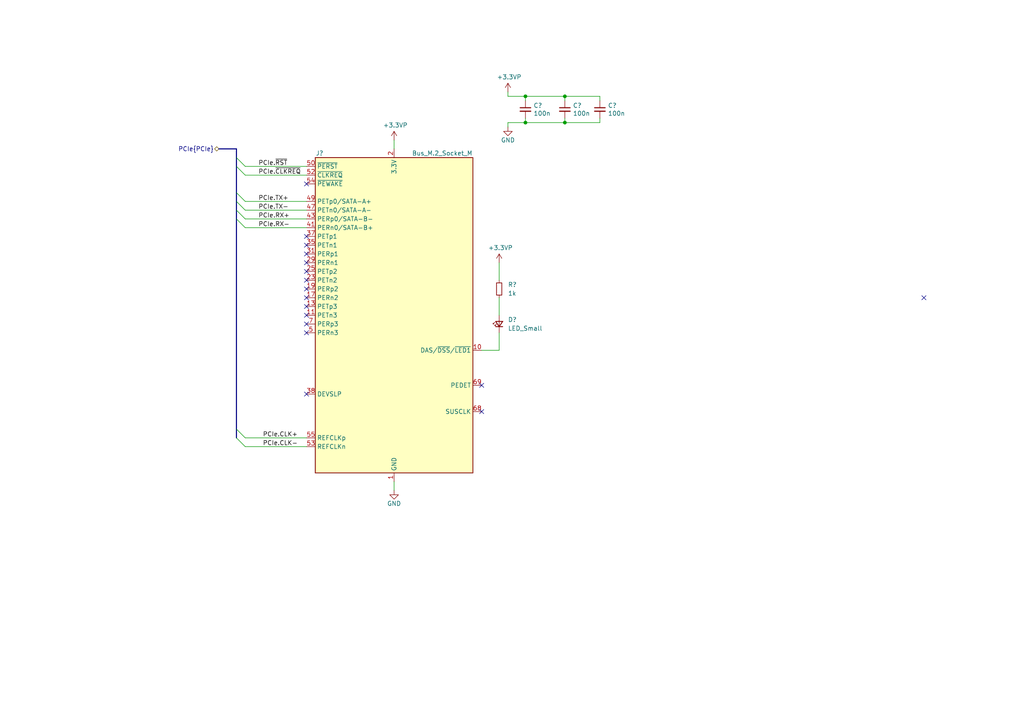
<source format=kicad_sch>
(kicad_sch (version 20201015) (generator eeschema)
  (paper "A4")
  (lib_symbols
    (symbol "Connector:Bus_M.2_Socket_M"
      (property "Reference" "J" (at -22.86 46.99 0))
      (property "Value" "Bus_M.2_Socket_M" (at 16.51 46.99 0))
      (symbol "Bus_M.2_Socket_M_0_1"
        (rectangle (start -22.86 45.72) (end 22.86 -45.72) (stroke (width 0.254)) (fill (type background)))
      )
      (symbol "Bus_M.2_Socket_M_1_1"
        (pin power_in line (at 0 -48.26 90) (length 2.54) (name "GND") (number "1"))
        (pin bidirectional line (at 25.4 -10.16 180) (length 2.54) (name "DAS/~DSS~/~LED1") (number "10"))
        (pin output line (at -25.4 0 0) (length 2.54) (name "PETn3") (number "11"))
        (pin passive line (at 0 48.26 270) (length 2.54) hide (name "3.3V") (number "12"))
        (pin output line (at -25.4 2.54 0) (length 2.54) (name "PETp3") (number "13"))
        (pin passive line (at 0 48.26 270) (length 2.54) hide (name "3.3V") (number "14"))
        (pin passive line (at 0 -48.26 90) (length 2.54) hide (name "GND") (number "15"))
        (pin passive line (at 0 48.26 270) (length 2.54) hide (name "3.3V") (number "16"))
        (pin input line (at -25.4 5.08 0) (length 2.54) (name "PERn2") (number "17"))
        (pin passive line (at 0 48.26 270) (length 2.54) hide (name "3.3V") (number "18"))
        (pin input line (at -25.4 7.62 0) (length 2.54) (name "PERp2") (number "19"))
        (pin power_in line (at 0 48.26 270) (length 2.54) (name "3.3V") (number "2"))
        (pin unconnected line (at 22.86 2.54 180) (length 2.54) hide (name "NC") (number "20"))
        (pin passive line (at 0 -48.26 90) (length 2.54) hide (name "GND") (number "21"))
        (pin unconnected line (at 22.86 5.08 180) (length 2.54) hide (name "NC") (number "22"))
        (pin output line (at -25.4 10.16 0) (length 2.54) (name "PETn2") (number "23"))
        (pin unconnected line (at 22.86 7.62 180) (length 2.54) hide (name "NC") (number "24"))
        (pin output line (at -25.4 12.7 0) (length 2.54) (name "PETp2") (number "25"))
        (pin unconnected line (at 22.86 10.16 180) (length 2.54) hide (name "NC") (number "26"))
        (pin passive line (at 0 -48.26 90) (length 2.54) hide (name "GND") (number "27"))
        (pin unconnected line (at 22.86 12.7 180) (length 2.54) hide (name "NC") (number "28"))
        (pin input line (at -25.4 15.24 0) (length 2.54) (name "PERn1") (number "29"))
        (pin passive line (at 0 -48.26 90) (length 2.54) hide (name "GND") (number "3"))
        (pin unconnected line (at 22.86 15.24 180) (length 2.54) hide (name "NC") (number "30"))
        (pin input line (at -25.4 17.78 0) (length 2.54) (name "PERp1") (number "31"))
        (pin unconnected line (at 22.86 17.78 180) (length 2.54) hide (name "NC") (number "32"))
        (pin passive line (at 0 -48.26 90) (length 2.54) hide (name "GND") (number "33"))
        (pin unconnected line (at 22.86 20.32 180) (length 2.54) hide (name "NC") (number "34"))
        (pin output line (at -25.4 20.32 0) (length 2.54) (name "PETn1") (number "35"))
        (pin unconnected line (at 22.86 22.86 180) (length 2.54) hide (name "NC") (number "36"))
        (pin output line (at -25.4 22.86 0) (length 2.54) (name "PETp1") (number "37"))
        (pin output line (at -25.4 -22.86 0) (length 2.54) (name "DEVSLP") (number "38"))
        (pin passive line (at 0 -48.26 90) (length 2.54) hide (name "GND") (number "39"))
        (pin passive line (at 0 48.26 270) (length 2.54) hide (name "3.3V") (number "4"))
        (pin unconnected line (at 22.86 25.4 180) (length 2.54) hide (name "NC") (number "40"))
        (pin input line (at -25.4 25.4 0) (length 2.54) (name "PERn0/SATA-B+") (number "41"))
        (pin unconnected line (at 22.86 27.94 180) (length 2.54) hide (name "NC") (number "42"))
        (pin input line (at -25.4 27.94 0) (length 2.54) (name "PERp0/SATA-B-") (number "43"))
        (pin unconnected line (at 22.86 30.48 180) (length 2.54) hide (name "NC") (number "44"))
        (pin passive line (at 0 -48.26 90) (length 2.54) hide (name "GND") (number "45"))
        (pin unconnected line (at 22.86 33.02 180) (length 2.54) hide (name "NC") (number "46"))
        (pin output line (at -25.4 30.48 0) (length 2.54) (name "PETn0/SATA-A-") (number "47"))
        (pin unconnected line (at 22.86 35.56 180) (length 2.54) hide (name "NC") (number "48"))
        (pin output line (at -25.4 33.02 0) (length 2.54) (name "PETp0/SATA-A+") (number "49"))
        (pin input line (at -25.4 -5.08 0) (length 2.54) (name "PERn3") (number "5"))
        (pin output line (at -25.4 43.18 0) (length 2.54) (name "~PERST") (number "50"))
        (pin passive line (at 0 -48.26 90) (length 2.54) hide (name "GND") (number "51"))
        (pin bidirectional line (at -25.4 40.64 0) (length 2.54) (name "~CLKREQ") (number "52"))
        (pin output line (at -25.4 -38.1 0) (length 2.54) (name "REFCLKn") (number "53"))
        (pin bidirectional line (at -25.4 38.1 0) (length 2.54) (name "~PEWAKE") (number "54"))
        (pin output line (at -25.4 -35.56 0) (length 2.54) (name "REFCLKp") (number "55"))
        (pin unconnected line (at 22.86 38.1 180) (length 2.54) hide (name "NC") (number "56"))
        (pin passive line (at 0 -48.26 90) (length 2.54) hide (name "GND") (number "57"))
        (pin unconnected line (at 22.86 40.64 180) (length 2.54) hide (name "NC") (number "58"))
        (pin unconnected line (at 22.86 -2.54 180) (length 2.54) hide (name "NC") (number "6"))
        (pin unconnected line (at 22.86 -5.08 180) (length 2.54) hide (name "NC") (number "67"))
        (pin output line (at 25.4 -27.94 180) (length 2.54) (name "SUSCLK") (number "68"))
        (pin passive line (at 25.4 -20.32 180) (length 2.54) (name "PEDET") (number "69"))
        (pin input line (at -25.4 -2.54 0) (length 2.54) (name "PERp3") (number "7"))
        (pin passive line (at 0 48.26 270) (length 2.54) hide (name "3.3V") (number "70"))
        (pin passive line (at 0 -48.26 90) (length 2.54) hide (name "GND") (number "71"))
        (pin passive line (at 0 48.26 270) (length 2.54) hide (name "3.3V") (number "72"))
        (pin passive line (at 0 -48.26 90) (length 2.54) hide (name "GND") (number "73"))
        (pin passive line (at 0 48.26 270) (length 2.54) hide (name "3.3V") (number "74"))
        (pin passive line (at 0 -48.26 90) (length 2.54) hide (name "GND") (number "75"))
        (pin unconnected line (at 22.86 0 180) (length 2.54) hide (name "NC") (number "8"))
        (pin passive line (at 0 -48.26 90) (length 2.54) hide (name "GND") (number "9"))
      )
    )
    (symbol "Device:C_Small" (pin_numbers hide) (pin_names (offset 0.254) hide)
      (property "Reference" "C" (at 0.254 1.778 0))
      (property "Value" "C_Small" (at 0.254 -2.032 0))
      (symbol "C_Small_0_1"
        (polyline (pts (xy -1.524 -0.508) (xy 1.524 -0.508)) (stroke (width 0.3302)))
        (polyline (pts (xy -1.524 0.508) (xy 1.524 0.508)) (stroke (width 0.3048)))
      )
      (symbol "C_Small_1_1"
        (pin passive line (at 0 2.54 270) (length 2.032) (name "~") (number "1"))
        (pin passive line (at 0 -2.54 90) (length 2.032) (name "~") (number "2"))
      )
    )
    (symbol "Device:LED_Small" (pin_numbers hide) (pin_names (offset 0.254) hide)
      (property "Reference" "D" (at -1.27 3.175 0))
      (property "Value" "LED_Small" (at -4.445 -2.54 0))
      (symbol "LED_Small_0_1"
        (polyline (pts (xy -0.762 -1.016) (xy -0.762 1.016)) (stroke (width 0.254)))
        (polyline (pts (xy 1.016 0) (xy -0.762 0)))
        (polyline (pts (xy 0.762 -1.016) (xy -0.762 0) (xy 0.762 1.016) (xy 0.762 -1.016)) (stroke (width 0.254)))
        (polyline (pts (xy 0 0.762) (xy -0.508 1.27) (xy -0.254 1.27) (xy -0.508 1.27) (xy -0.508 1.016)))
        (polyline (pts (xy 0.508 1.27) (xy 0 1.778) (xy 0.254 1.778) (xy 0 1.778) (xy 0 1.524)))
      )
      (symbol "LED_Small_1_1"
        (pin passive line (at -2.54 0 0) (length 1.778) (name "K") (number "1"))
        (pin passive line (at 2.54 0 180) (length 1.778) (name "A") (number "2"))
      )
    )
    (symbol "Device:R_Small" (pin_numbers hide) (pin_names (offset 0.254) hide)
      (property "Reference" "R" (at 0.762 0.508 0))
      (property "Value" "R_Small" (at 0.762 -1.016 0))
      (symbol "R_Small_0_1"
        (rectangle (start -0.762 1.778) (end 0.762 -1.778) (stroke (width 0.2032)))
      )
      (symbol "R_Small_1_1"
        (pin passive line (at 0 2.54 270) (length 0.762) (name "~") (number "1"))
        (pin passive line (at 0 -2.54 90) (length 0.762) (name "~") (number "2"))
      )
    )
    (symbol "power:+3.3VP" (power) (pin_names (offset 0))
      (property "Value" "+3.3VP" (at 0 2.54 0))
      (symbol "+3.3VP_0_0"
        (pin power_in line (at 0 0 90) (length 0) hide (name "+3.3VP") (number "1"))
      )
      (symbol "+3.3VP_0_1"
        (polyline (pts (xy -0.762 1.27) (xy 0 2.54)))
        (polyline (pts (xy 0 0) (xy 0 2.54)))
        (polyline (pts (xy 0 2.54) (xy 0.762 1.27)))
      )
    )
    (symbol "power:GND" (power) (pin_names (offset 0))
      (property "Value" "GND" (at 0 -3.81 0))
      (symbol "GND_0_1"
        (polyline (pts (xy 0 0) (xy 0 -1.27) (xy 1.27 -1.27) (xy 0 -2.54) (xy -1.27 -1.27) (xy 0 -1.27)))
      )
      (symbol "GND_1_1"
        (pin power_in line (at 0 0 270) (length 0) hide (name "GND") (number "1"))
      )
    )
  )
  (junction (at 152.4 27.94) (diameter 0.9144))
  (junction (at 152.4 35.56) (diameter 0.9144))
  (junction (at 163.83 27.94) (diameter 0.9144))
  (junction (at 163.83 35.56) (diameter 0.9144))
  (no_connect (at 88.9 86.36))
  (no_connect (at 88.9 88.9))
  (no_connect (at 139.7 119.38))
  (no_connect (at 267.97 86.36))
  (no_connect (at 88.9 93.98))
  (no_connect (at 88.9 96.52))
  (no_connect (at 88.9 53.34))
  (no_connect (at 88.9 81.28))
  (no_connect (at 88.9 78.74))
  (no_connect (at 88.9 114.3))
  (no_connect (at 88.9 76.2))
  (no_connect (at 88.9 68.58))
  (no_connect (at 88.9 71.12))
  (no_connect (at 88.9 91.44))
  (no_connect (at 88.9 83.82))
  (no_connect (at 139.7 111.76))
  (no_connect (at 88.9 73.66))
  (bus_entry (at 68.58 45.72) (size 2.54 2.54) (stroke (width 0.1524)))
  (bus_entry (at 68.58 48.26) (size 2.54 2.54) (stroke (width 0.1524)))
  (bus_entry (at 68.58 55.88) (size 2.54 2.54) (stroke (width 0.1524)))
  (bus_entry (at 68.58 58.42) (size 2.54 2.54) (stroke (width 0.1524)))
  (bus_entry (at 68.58 60.96) (size 2.54 2.54) (stroke (width 0.1524)))
  (bus_entry (at 68.58 63.5) (size 2.54 2.54) (stroke (width 0.1524)))
  (bus_entry (at 68.58 124.46) (size 2.54 2.54) (stroke (width 0.1524)))
  (bus_entry (at 68.58 127) (size 2.54 2.54) (stroke (width 0.1524)))
  (wire (pts (xy 71.12 48.26) (xy 88.9 48.26)))
  (wire (pts (xy 71.12 50.8) (xy 88.9 50.8)))
  (wire (pts (xy 71.12 58.42) (xy 88.9 58.42)))
  (wire (pts (xy 71.12 60.96) (xy 88.9 60.96)))
  (wire (pts (xy 71.12 63.5) (xy 88.9 63.5)))
  (wire (pts (xy 71.12 66.04) (xy 88.9 66.04)))
  (wire (pts (xy 71.12 127) (xy 88.9 127)))
  (wire (pts (xy 71.12 129.54) (xy 88.9 129.54)))
  (wire (pts (xy 114.3 40.64) (xy 114.3 43.18)))
  (wire (pts (xy 114.3 139.7) (xy 114.3 142.24)))
  (wire (pts (xy 139.7 101.6) (xy 144.78 101.6)))
  (wire (pts (xy 144.78 76.2) (xy 144.78 81.28)))
  (wire (pts (xy 144.78 86.36) (xy 144.78 91.44)))
  (wire (pts (xy 144.78 96.52) (xy 144.78 101.6)))
  (wire (pts (xy 147.32 26.67) (xy 147.32 27.94)))
  (wire (pts (xy 147.32 27.94) (xy 152.4 27.94)))
  (wire (pts (xy 147.32 35.56) (xy 147.32 36.83)))
  (wire (pts (xy 147.32 35.56) (xy 152.4 35.56)))
  (wire (pts (xy 152.4 27.94) (xy 152.4 29.21)))
  (wire (pts (xy 152.4 27.94) (xy 163.83 27.94)))
  (wire (pts (xy 152.4 34.29) (xy 152.4 35.56)))
  (wire (pts (xy 152.4 35.56) (xy 163.83 35.56)))
  (wire (pts (xy 163.83 27.94) (xy 163.83 29.21)))
  (wire (pts (xy 163.83 27.94) (xy 173.99 27.94)))
  (wire (pts (xy 163.83 34.29) (xy 163.83 35.56)))
  (wire (pts (xy 163.83 35.56) (xy 173.99 35.56)))
  (wire (pts (xy 173.99 27.94) (xy 173.99 29.21)))
  (wire (pts (xy 173.99 34.29) (xy 173.99 35.56)))
  (bus (pts (xy 63.5 43.18) (xy 68.58 43.18)))
  (bus (pts (xy 68.58 43.18) (xy 68.58 45.72)))
  (bus (pts (xy 68.58 45.72) (xy 68.58 48.26)))
  (bus (pts (xy 68.58 48.26) (xy 68.58 55.88)))
  (bus (pts (xy 68.58 55.88) (xy 68.58 58.42)))
  (bus (pts (xy 68.58 58.42) (xy 68.58 60.96)))
  (bus (pts (xy 68.58 60.96) (xy 68.58 63.5)))
  (bus (pts (xy 68.58 63.5) (xy 68.58 124.46)))
  (bus (pts (xy 68.58 124.46) (xy 68.58 127)))
  (label "PCIe.~RST" (at 74.93 48.26 0))
  (label "PCIe.~CLKREQ" (at 74.93 50.8 0))
  (label "PCIe.TX+" (at 74.93 58.42 0))
  (label "PCIe.TX-" (at 74.93 60.96 0))
  (label "PCIe.RX+" (at 74.93 63.5 0))
  (label "PCIe.RX-" (at 74.93 66.04 0))
  (label "PCIe.CLK+" (at 76.2 127 0))
  (label "PCIe.CLK-" (at 76.2 129.54 0))
  (hierarchical_label "PCIe{PCIe}" (shape bidirectional) (at 63.5 43.18 180))
  (symbol (lib_id "power:+3.3VP") (at 114.3 40.64 0) (unit 1)
    (property "Reference" "#PWR?" (effects hide))
    (property "Value" "+3.3VP" (at 114.6683 36.3156 0))
  )
  (symbol (lib_id "power:+3.3VP") (at 144.78 76.2 0) (unit 1)
    (property "Reference" "#PWR?" (effects hide))
    (property "Value" "+3.3VP" (at 145.1483 71.8756 0))
  )
  (symbol (lib_id "power:+3.3VP") (at 147.32 26.67 0) (unit 1)
    (property "Reference" "#PWR?" (effects hide))
    (property "Value" "+3.3VP" (at 147.6883 22.3456 0))
  )
  (symbol (lib_id "power:GND") (at 114.3 142.24 0) (unit 1)
    (property "Reference" "#PWR?" (effects hide))
    (property "Value" "GND" (at 114.3 146.05 0))
  )
  (symbol (lib_id "power:GND") (at 147.32 36.83 0) (unit 1)
    (property "Reference" "#PWR?" (effects hide))
    (property "Value" "GND" (at 147.32 40.64 0))
  )
  (symbol (lib_id "Device:R_Small") (at 144.78 83.82 0) (unit 1)
    (property "Reference" "R?" (at 147.32 82.55 0) (effects (justify left)))
    (property "Value" "1k" (at 147.32 85.09 0) (effects (justify left)))
  )
  (symbol (lib_id "Device:LED_Small") (at 144.78 93.98 90) (unit 1)
    (property "Reference" "D?" (at 147.32 92.71 90) (effects (justify right)))
    (property "Value" "LED_Small" (at 147.32 95.25 90) (effects (justify right)))
  )
  (symbol (lib_id "Device:C_Small") (at 152.4 31.75 0) (unit 1)
    (property "Reference" "C?" (at 154.7242 30.6006 0) (effects (justify left)))
    (property "Value" "100n" (at 154.724 32.899 0) (effects (justify left)))
  )
  (symbol (lib_id "Device:C_Small") (at 163.83 31.75 0) (unit 1)
    (property "Reference" "C?" (at 166.1542 30.6006 0) (effects (justify left)))
    (property "Value" "100n" (at 166.154 32.899 0) (effects (justify left)))
  )
  (symbol (lib_id "Device:C_Small") (at 173.99 31.75 0) (unit 1)
    (property "Reference" "C?" (at 176.3142 30.6006 0) (effects (justify left)))
    (property "Value" "100n" (at 176.314 32.899 0) (effects (justify left)))
  )
  (symbol (lib_id "Connector:Bus_M.2_Socket_M") (at 114.3 91.44 0) (unit 1)
    (property "Reference" "J?" (at 92.71 44.45 0))
    (property "Value" "Bus_M.2_Socket_M" (at 128.27 44.45 0))
    (property "Footprint" "LightBlue:TE_2199230_Bus_M.2_M_H4.2mm_P0.5mm_Horizontal" (effects hide))
    (property "Datasheet" "http://read.pudn.com/downloads794/doc/project/3133918/PCIe_M.2_Electromechanical_Spec_Rev1.0_Final_11012013_RS_Clean.pdf#page=155" (effects hide))
  )
)
</source>
